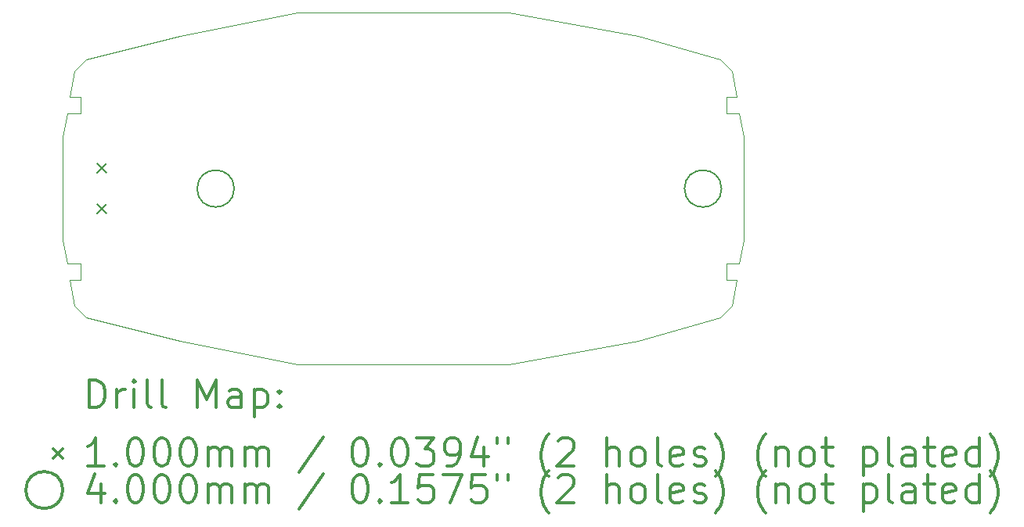
<source format=gbr>
%FSLAX45Y45*%
G04 Gerber Fmt 4.5, Leading zero omitted, Abs format (unit mm)*
G04 Created by KiCad (PCBNEW (5.1.10)-1) date 2021-07-15 21:28:44*
%MOMM*%
%LPD*%
G01*
G04 APERTURE LIST*
%TA.AperFunction,Profile*%
%ADD10C,0.050000*%
%TD*%
%ADD11C,0.200000*%
%ADD12C,0.300000*%
G04 APERTURE END LIST*
D10*
X6426200Y-7975600D02*
X6477000Y-8255000D01*
X6540500Y-7975600D02*
X6426200Y-7975600D01*
X6540500Y-7797800D02*
X6540500Y-7975600D01*
X6400800Y-7797800D02*
X6540500Y-7797800D01*
X6426200Y-5994400D02*
X6477000Y-5715000D01*
X6540500Y-5994400D02*
X6426200Y-5994400D01*
X6540500Y-6172200D02*
X6540500Y-5994400D01*
X6400800Y-6172200D02*
X6540500Y-6172200D01*
X13639800Y-7975600D02*
X13589000Y-8255000D01*
X13525500Y-7975600D02*
X13639800Y-7975600D01*
X13525500Y-7797800D02*
X13525500Y-7975600D01*
X13665200Y-7797800D02*
X13525500Y-7797800D01*
X13589000Y-5715000D02*
X13639800Y-5994400D01*
X13525500Y-5994400D02*
X13639800Y-5994400D01*
X13525500Y-6172200D02*
X13525500Y-5994400D01*
X13665200Y-6172200D02*
X13525500Y-6172200D01*
X13716000Y-6426200D02*
X13665200Y-6172200D01*
X6604000Y-5588000D02*
X7620000Y-5334000D01*
X6477000Y-5715000D02*
X6604000Y-5588000D01*
X13589000Y-5715000D02*
X13462000Y-5588000D01*
X13462000Y-8382000D02*
X13589000Y-8255000D01*
X6604000Y-8382000D02*
X6477000Y-8255000D01*
X7620000Y-8636000D02*
X6604000Y-8382000D01*
X12573000Y-8636000D02*
X13462000Y-8382000D01*
X13462000Y-5588000D02*
X12573000Y-5334000D01*
X8890000Y-8890000D02*
X7620000Y-8636000D01*
X11176000Y-8890000D02*
X12573000Y-8636000D01*
X6400800Y-7797800D02*
X6350000Y-7543800D01*
X6350000Y-6426200D02*
X6400800Y-6172200D01*
X8890000Y-5080000D02*
X7620000Y-5334000D01*
X12573000Y-5334000D02*
X11176000Y-5080000D01*
X13665200Y-7797800D02*
X13716000Y-7543800D01*
X6350000Y-7543800D02*
X6350000Y-6426200D01*
X11176000Y-8890000D02*
X8890000Y-8890000D01*
X13716000Y-6426200D02*
X13716000Y-7543800D01*
X8890000Y-5080000D02*
X11176000Y-5080000D01*
D11*
X6717500Y-6715000D02*
X6817500Y-6815000D01*
X6817500Y-6715000D02*
X6717500Y-6815000D01*
X6717500Y-7155000D02*
X6817500Y-7255000D01*
X6817500Y-7155000D02*
X6717500Y-7255000D01*
X8201000Y-6985000D02*
G75*
G03*
X8201000Y-6985000I-200000J0D01*
G01*
X13471500Y-6985000D02*
G75*
G03*
X13471500Y-6985000I-200000J0D01*
G01*
D12*
X6633928Y-9358214D02*
X6633928Y-9058214D01*
X6705357Y-9058214D01*
X6748214Y-9072500D01*
X6776786Y-9101072D01*
X6791071Y-9129643D01*
X6805357Y-9186786D01*
X6805357Y-9229643D01*
X6791071Y-9286786D01*
X6776786Y-9315357D01*
X6748214Y-9343929D01*
X6705357Y-9358214D01*
X6633928Y-9358214D01*
X6933928Y-9358214D02*
X6933928Y-9158214D01*
X6933928Y-9215357D02*
X6948214Y-9186786D01*
X6962500Y-9172500D01*
X6991071Y-9158214D01*
X7019643Y-9158214D01*
X7119643Y-9358214D02*
X7119643Y-9158214D01*
X7119643Y-9058214D02*
X7105357Y-9072500D01*
X7119643Y-9086786D01*
X7133928Y-9072500D01*
X7119643Y-9058214D01*
X7119643Y-9086786D01*
X7305357Y-9358214D02*
X7276786Y-9343929D01*
X7262500Y-9315357D01*
X7262500Y-9058214D01*
X7462500Y-9358214D02*
X7433928Y-9343929D01*
X7419643Y-9315357D01*
X7419643Y-9058214D01*
X7805357Y-9358214D02*
X7805357Y-9058214D01*
X7905357Y-9272500D01*
X8005357Y-9058214D01*
X8005357Y-9358214D01*
X8276786Y-9358214D02*
X8276786Y-9201072D01*
X8262500Y-9172500D01*
X8233928Y-9158214D01*
X8176786Y-9158214D01*
X8148214Y-9172500D01*
X8276786Y-9343929D02*
X8248214Y-9358214D01*
X8176786Y-9358214D01*
X8148214Y-9343929D01*
X8133928Y-9315357D01*
X8133928Y-9286786D01*
X8148214Y-9258214D01*
X8176786Y-9243929D01*
X8248214Y-9243929D01*
X8276786Y-9229643D01*
X8419643Y-9158214D02*
X8419643Y-9458214D01*
X8419643Y-9172500D02*
X8448214Y-9158214D01*
X8505357Y-9158214D01*
X8533928Y-9172500D01*
X8548214Y-9186786D01*
X8562500Y-9215357D01*
X8562500Y-9301072D01*
X8548214Y-9329643D01*
X8533928Y-9343929D01*
X8505357Y-9358214D01*
X8448214Y-9358214D01*
X8419643Y-9343929D01*
X8691071Y-9329643D02*
X8705357Y-9343929D01*
X8691071Y-9358214D01*
X8676786Y-9343929D01*
X8691071Y-9329643D01*
X8691071Y-9358214D01*
X8691071Y-9172500D02*
X8705357Y-9186786D01*
X8691071Y-9201072D01*
X8676786Y-9186786D01*
X8691071Y-9172500D01*
X8691071Y-9201072D01*
X6247500Y-9802500D02*
X6347500Y-9902500D01*
X6347500Y-9802500D02*
X6247500Y-9902500D01*
X6791071Y-9988214D02*
X6619643Y-9988214D01*
X6705357Y-9988214D02*
X6705357Y-9688214D01*
X6676786Y-9731072D01*
X6648214Y-9759643D01*
X6619643Y-9773929D01*
X6919643Y-9959643D02*
X6933928Y-9973929D01*
X6919643Y-9988214D01*
X6905357Y-9973929D01*
X6919643Y-9959643D01*
X6919643Y-9988214D01*
X7119643Y-9688214D02*
X7148214Y-9688214D01*
X7176786Y-9702500D01*
X7191071Y-9716786D01*
X7205357Y-9745357D01*
X7219643Y-9802500D01*
X7219643Y-9873929D01*
X7205357Y-9931072D01*
X7191071Y-9959643D01*
X7176786Y-9973929D01*
X7148214Y-9988214D01*
X7119643Y-9988214D01*
X7091071Y-9973929D01*
X7076786Y-9959643D01*
X7062500Y-9931072D01*
X7048214Y-9873929D01*
X7048214Y-9802500D01*
X7062500Y-9745357D01*
X7076786Y-9716786D01*
X7091071Y-9702500D01*
X7119643Y-9688214D01*
X7405357Y-9688214D02*
X7433928Y-9688214D01*
X7462500Y-9702500D01*
X7476786Y-9716786D01*
X7491071Y-9745357D01*
X7505357Y-9802500D01*
X7505357Y-9873929D01*
X7491071Y-9931072D01*
X7476786Y-9959643D01*
X7462500Y-9973929D01*
X7433928Y-9988214D01*
X7405357Y-9988214D01*
X7376786Y-9973929D01*
X7362500Y-9959643D01*
X7348214Y-9931072D01*
X7333928Y-9873929D01*
X7333928Y-9802500D01*
X7348214Y-9745357D01*
X7362500Y-9716786D01*
X7376786Y-9702500D01*
X7405357Y-9688214D01*
X7691071Y-9688214D02*
X7719643Y-9688214D01*
X7748214Y-9702500D01*
X7762500Y-9716786D01*
X7776786Y-9745357D01*
X7791071Y-9802500D01*
X7791071Y-9873929D01*
X7776786Y-9931072D01*
X7762500Y-9959643D01*
X7748214Y-9973929D01*
X7719643Y-9988214D01*
X7691071Y-9988214D01*
X7662500Y-9973929D01*
X7648214Y-9959643D01*
X7633928Y-9931072D01*
X7619643Y-9873929D01*
X7619643Y-9802500D01*
X7633928Y-9745357D01*
X7648214Y-9716786D01*
X7662500Y-9702500D01*
X7691071Y-9688214D01*
X7919643Y-9988214D02*
X7919643Y-9788214D01*
X7919643Y-9816786D02*
X7933928Y-9802500D01*
X7962500Y-9788214D01*
X8005357Y-9788214D01*
X8033928Y-9802500D01*
X8048214Y-9831072D01*
X8048214Y-9988214D01*
X8048214Y-9831072D02*
X8062500Y-9802500D01*
X8091071Y-9788214D01*
X8133928Y-9788214D01*
X8162500Y-9802500D01*
X8176786Y-9831072D01*
X8176786Y-9988214D01*
X8319643Y-9988214D02*
X8319643Y-9788214D01*
X8319643Y-9816786D02*
X8333928Y-9802500D01*
X8362500Y-9788214D01*
X8405357Y-9788214D01*
X8433928Y-9802500D01*
X8448214Y-9831072D01*
X8448214Y-9988214D01*
X8448214Y-9831072D02*
X8462500Y-9802500D01*
X8491071Y-9788214D01*
X8533928Y-9788214D01*
X8562500Y-9802500D01*
X8576786Y-9831072D01*
X8576786Y-9988214D01*
X9162500Y-9673929D02*
X8905357Y-10059643D01*
X9548214Y-9688214D02*
X9576786Y-9688214D01*
X9605357Y-9702500D01*
X9619643Y-9716786D01*
X9633928Y-9745357D01*
X9648214Y-9802500D01*
X9648214Y-9873929D01*
X9633928Y-9931072D01*
X9619643Y-9959643D01*
X9605357Y-9973929D01*
X9576786Y-9988214D01*
X9548214Y-9988214D01*
X9519643Y-9973929D01*
X9505357Y-9959643D01*
X9491071Y-9931072D01*
X9476786Y-9873929D01*
X9476786Y-9802500D01*
X9491071Y-9745357D01*
X9505357Y-9716786D01*
X9519643Y-9702500D01*
X9548214Y-9688214D01*
X9776786Y-9959643D02*
X9791071Y-9973929D01*
X9776786Y-9988214D01*
X9762500Y-9973929D01*
X9776786Y-9959643D01*
X9776786Y-9988214D01*
X9976786Y-9688214D02*
X10005357Y-9688214D01*
X10033928Y-9702500D01*
X10048214Y-9716786D01*
X10062500Y-9745357D01*
X10076786Y-9802500D01*
X10076786Y-9873929D01*
X10062500Y-9931072D01*
X10048214Y-9959643D01*
X10033928Y-9973929D01*
X10005357Y-9988214D01*
X9976786Y-9988214D01*
X9948214Y-9973929D01*
X9933928Y-9959643D01*
X9919643Y-9931072D01*
X9905357Y-9873929D01*
X9905357Y-9802500D01*
X9919643Y-9745357D01*
X9933928Y-9716786D01*
X9948214Y-9702500D01*
X9976786Y-9688214D01*
X10176786Y-9688214D02*
X10362500Y-9688214D01*
X10262500Y-9802500D01*
X10305357Y-9802500D01*
X10333928Y-9816786D01*
X10348214Y-9831072D01*
X10362500Y-9859643D01*
X10362500Y-9931072D01*
X10348214Y-9959643D01*
X10333928Y-9973929D01*
X10305357Y-9988214D01*
X10219643Y-9988214D01*
X10191071Y-9973929D01*
X10176786Y-9959643D01*
X10505357Y-9988214D02*
X10562500Y-9988214D01*
X10591071Y-9973929D01*
X10605357Y-9959643D01*
X10633928Y-9916786D01*
X10648214Y-9859643D01*
X10648214Y-9745357D01*
X10633928Y-9716786D01*
X10619643Y-9702500D01*
X10591071Y-9688214D01*
X10533928Y-9688214D01*
X10505357Y-9702500D01*
X10491071Y-9716786D01*
X10476786Y-9745357D01*
X10476786Y-9816786D01*
X10491071Y-9845357D01*
X10505357Y-9859643D01*
X10533928Y-9873929D01*
X10591071Y-9873929D01*
X10619643Y-9859643D01*
X10633928Y-9845357D01*
X10648214Y-9816786D01*
X10905357Y-9788214D02*
X10905357Y-9988214D01*
X10833928Y-9673929D02*
X10762500Y-9888214D01*
X10948214Y-9888214D01*
X11048214Y-9688214D02*
X11048214Y-9745357D01*
X11162500Y-9688214D02*
X11162500Y-9745357D01*
X11605357Y-10102500D02*
X11591071Y-10088214D01*
X11562500Y-10045357D01*
X11548214Y-10016786D01*
X11533928Y-9973929D01*
X11519643Y-9902500D01*
X11519643Y-9845357D01*
X11533928Y-9773929D01*
X11548214Y-9731072D01*
X11562500Y-9702500D01*
X11591071Y-9659643D01*
X11605357Y-9645357D01*
X11705357Y-9716786D02*
X11719643Y-9702500D01*
X11748214Y-9688214D01*
X11819643Y-9688214D01*
X11848214Y-9702500D01*
X11862500Y-9716786D01*
X11876786Y-9745357D01*
X11876786Y-9773929D01*
X11862500Y-9816786D01*
X11691071Y-9988214D01*
X11876786Y-9988214D01*
X12233928Y-9988214D02*
X12233928Y-9688214D01*
X12362500Y-9988214D02*
X12362500Y-9831072D01*
X12348214Y-9802500D01*
X12319643Y-9788214D01*
X12276786Y-9788214D01*
X12248214Y-9802500D01*
X12233928Y-9816786D01*
X12548214Y-9988214D02*
X12519643Y-9973929D01*
X12505357Y-9959643D01*
X12491071Y-9931072D01*
X12491071Y-9845357D01*
X12505357Y-9816786D01*
X12519643Y-9802500D01*
X12548214Y-9788214D01*
X12591071Y-9788214D01*
X12619643Y-9802500D01*
X12633928Y-9816786D01*
X12648214Y-9845357D01*
X12648214Y-9931072D01*
X12633928Y-9959643D01*
X12619643Y-9973929D01*
X12591071Y-9988214D01*
X12548214Y-9988214D01*
X12819643Y-9988214D02*
X12791071Y-9973929D01*
X12776786Y-9945357D01*
X12776786Y-9688214D01*
X13048214Y-9973929D02*
X13019643Y-9988214D01*
X12962500Y-9988214D01*
X12933928Y-9973929D01*
X12919643Y-9945357D01*
X12919643Y-9831072D01*
X12933928Y-9802500D01*
X12962500Y-9788214D01*
X13019643Y-9788214D01*
X13048214Y-9802500D01*
X13062500Y-9831072D01*
X13062500Y-9859643D01*
X12919643Y-9888214D01*
X13176786Y-9973929D02*
X13205357Y-9988214D01*
X13262500Y-9988214D01*
X13291071Y-9973929D01*
X13305357Y-9945357D01*
X13305357Y-9931072D01*
X13291071Y-9902500D01*
X13262500Y-9888214D01*
X13219643Y-9888214D01*
X13191071Y-9873929D01*
X13176786Y-9845357D01*
X13176786Y-9831072D01*
X13191071Y-9802500D01*
X13219643Y-9788214D01*
X13262500Y-9788214D01*
X13291071Y-9802500D01*
X13405357Y-10102500D02*
X13419643Y-10088214D01*
X13448214Y-10045357D01*
X13462500Y-10016786D01*
X13476786Y-9973929D01*
X13491071Y-9902500D01*
X13491071Y-9845357D01*
X13476786Y-9773929D01*
X13462500Y-9731072D01*
X13448214Y-9702500D01*
X13419643Y-9659643D01*
X13405357Y-9645357D01*
X13948214Y-10102500D02*
X13933928Y-10088214D01*
X13905357Y-10045357D01*
X13891071Y-10016786D01*
X13876786Y-9973929D01*
X13862500Y-9902500D01*
X13862500Y-9845357D01*
X13876786Y-9773929D01*
X13891071Y-9731072D01*
X13905357Y-9702500D01*
X13933928Y-9659643D01*
X13948214Y-9645357D01*
X14062500Y-9788214D02*
X14062500Y-9988214D01*
X14062500Y-9816786D02*
X14076786Y-9802500D01*
X14105357Y-9788214D01*
X14148214Y-9788214D01*
X14176786Y-9802500D01*
X14191071Y-9831072D01*
X14191071Y-9988214D01*
X14376786Y-9988214D02*
X14348214Y-9973929D01*
X14333928Y-9959643D01*
X14319643Y-9931072D01*
X14319643Y-9845357D01*
X14333928Y-9816786D01*
X14348214Y-9802500D01*
X14376786Y-9788214D01*
X14419643Y-9788214D01*
X14448214Y-9802500D01*
X14462500Y-9816786D01*
X14476786Y-9845357D01*
X14476786Y-9931072D01*
X14462500Y-9959643D01*
X14448214Y-9973929D01*
X14419643Y-9988214D01*
X14376786Y-9988214D01*
X14562500Y-9788214D02*
X14676786Y-9788214D01*
X14605357Y-9688214D02*
X14605357Y-9945357D01*
X14619643Y-9973929D01*
X14648214Y-9988214D01*
X14676786Y-9988214D01*
X15005357Y-9788214D02*
X15005357Y-10088214D01*
X15005357Y-9802500D02*
X15033928Y-9788214D01*
X15091071Y-9788214D01*
X15119643Y-9802500D01*
X15133928Y-9816786D01*
X15148214Y-9845357D01*
X15148214Y-9931072D01*
X15133928Y-9959643D01*
X15119643Y-9973929D01*
X15091071Y-9988214D01*
X15033928Y-9988214D01*
X15005357Y-9973929D01*
X15319643Y-9988214D02*
X15291071Y-9973929D01*
X15276786Y-9945357D01*
X15276786Y-9688214D01*
X15562500Y-9988214D02*
X15562500Y-9831072D01*
X15548214Y-9802500D01*
X15519643Y-9788214D01*
X15462500Y-9788214D01*
X15433928Y-9802500D01*
X15562500Y-9973929D02*
X15533928Y-9988214D01*
X15462500Y-9988214D01*
X15433928Y-9973929D01*
X15419643Y-9945357D01*
X15419643Y-9916786D01*
X15433928Y-9888214D01*
X15462500Y-9873929D01*
X15533928Y-9873929D01*
X15562500Y-9859643D01*
X15662500Y-9788214D02*
X15776786Y-9788214D01*
X15705357Y-9688214D02*
X15705357Y-9945357D01*
X15719643Y-9973929D01*
X15748214Y-9988214D01*
X15776786Y-9988214D01*
X15991071Y-9973929D02*
X15962500Y-9988214D01*
X15905357Y-9988214D01*
X15876786Y-9973929D01*
X15862500Y-9945357D01*
X15862500Y-9831072D01*
X15876786Y-9802500D01*
X15905357Y-9788214D01*
X15962500Y-9788214D01*
X15991071Y-9802500D01*
X16005357Y-9831072D01*
X16005357Y-9859643D01*
X15862500Y-9888214D01*
X16262500Y-9988214D02*
X16262500Y-9688214D01*
X16262500Y-9973929D02*
X16233928Y-9988214D01*
X16176786Y-9988214D01*
X16148214Y-9973929D01*
X16133928Y-9959643D01*
X16119643Y-9931072D01*
X16119643Y-9845357D01*
X16133928Y-9816786D01*
X16148214Y-9802500D01*
X16176786Y-9788214D01*
X16233928Y-9788214D01*
X16262500Y-9802500D01*
X16376786Y-10102500D02*
X16391071Y-10088214D01*
X16419643Y-10045357D01*
X16433928Y-10016786D01*
X16448214Y-9973929D01*
X16462500Y-9902500D01*
X16462500Y-9845357D01*
X16448214Y-9773929D01*
X16433928Y-9731072D01*
X16419643Y-9702500D01*
X16391071Y-9659643D01*
X16376786Y-9645357D01*
X6347500Y-10248500D02*
G75*
G03*
X6347500Y-10248500I-200000J0D01*
G01*
X6762500Y-10184214D02*
X6762500Y-10384214D01*
X6691071Y-10069929D02*
X6619643Y-10284214D01*
X6805357Y-10284214D01*
X6919643Y-10355643D02*
X6933928Y-10369929D01*
X6919643Y-10384214D01*
X6905357Y-10369929D01*
X6919643Y-10355643D01*
X6919643Y-10384214D01*
X7119643Y-10084214D02*
X7148214Y-10084214D01*
X7176786Y-10098500D01*
X7191071Y-10112786D01*
X7205357Y-10141357D01*
X7219643Y-10198500D01*
X7219643Y-10269929D01*
X7205357Y-10327072D01*
X7191071Y-10355643D01*
X7176786Y-10369929D01*
X7148214Y-10384214D01*
X7119643Y-10384214D01*
X7091071Y-10369929D01*
X7076786Y-10355643D01*
X7062500Y-10327072D01*
X7048214Y-10269929D01*
X7048214Y-10198500D01*
X7062500Y-10141357D01*
X7076786Y-10112786D01*
X7091071Y-10098500D01*
X7119643Y-10084214D01*
X7405357Y-10084214D02*
X7433928Y-10084214D01*
X7462500Y-10098500D01*
X7476786Y-10112786D01*
X7491071Y-10141357D01*
X7505357Y-10198500D01*
X7505357Y-10269929D01*
X7491071Y-10327072D01*
X7476786Y-10355643D01*
X7462500Y-10369929D01*
X7433928Y-10384214D01*
X7405357Y-10384214D01*
X7376786Y-10369929D01*
X7362500Y-10355643D01*
X7348214Y-10327072D01*
X7333928Y-10269929D01*
X7333928Y-10198500D01*
X7348214Y-10141357D01*
X7362500Y-10112786D01*
X7376786Y-10098500D01*
X7405357Y-10084214D01*
X7691071Y-10084214D02*
X7719643Y-10084214D01*
X7748214Y-10098500D01*
X7762500Y-10112786D01*
X7776786Y-10141357D01*
X7791071Y-10198500D01*
X7791071Y-10269929D01*
X7776786Y-10327072D01*
X7762500Y-10355643D01*
X7748214Y-10369929D01*
X7719643Y-10384214D01*
X7691071Y-10384214D01*
X7662500Y-10369929D01*
X7648214Y-10355643D01*
X7633928Y-10327072D01*
X7619643Y-10269929D01*
X7619643Y-10198500D01*
X7633928Y-10141357D01*
X7648214Y-10112786D01*
X7662500Y-10098500D01*
X7691071Y-10084214D01*
X7919643Y-10384214D02*
X7919643Y-10184214D01*
X7919643Y-10212786D02*
X7933928Y-10198500D01*
X7962500Y-10184214D01*
X8005357Y-10184214D01*
X8033928Y-10198500D01*
X8048214Y-10227072D01*
X8048214Y-10384214D01*
X8048214Y-10227072D02*
X8062500Y-10198500D01*
X8091071Y-10184214D01*
X8133928Y-10184214D01*
X8162500Y-10198500D01*
X8176786Y-10227072D01*
X8176786Y-10384214D01*
X8319643Y-10384214D02*
X8319643Y-10184214D01*
X8319643Y-10212786D02*
X8333928Y-10198500D01*
X8362500Y-10184214D01*
X8405357Y-10184214D01*
X8433928Y-10198500D01*
X8448214Y-10227072D01*
X8448214Y-10384214D01*
X8448214Y-10227072D02*
X8462500Y-10198500D01*
X8491071Y-10184214D01*
X8533928Y-10184214D01*
X8562500Y-10198500D01*
X8576786Y-10227072D01*
X8576786Y-10384214D01*
X9162500Y-10069929D02*
X8905357Y-10455643D01*
X9548214Y-10084214D02*
X9576786Y-10084214D01*
X9605357Y-10098500D01*
X9619643Y-10112786D01*
X9633928Y-10141357D01*
X9648214Y-10198500D01*
X9648214Y-10269929D01*
X9633928Y-10327072D01*
X9619643Y-10355643D01*
X9605357Y-10369929D01*
X9576786Y-10384214D01*
X9548214Y-10384214D01*
X9519643Y-10369929D01*
X9505357Y-10355643D01*
X9491071Y-10327072D01*
X9476786Y-10269929D01*
X9476786Y-10198500D01*
X9491071Y-10141357D01*
X9505357Y-10112786D01*
X9519643Y-10098500D01*
X9548214Y-10084214D01*
X9776786Y-10355643D02*
X9791071Y-10369929D01*
X9776786Y-10384214D01*
X9762500Y-10369929D01*
X9776786Y-10355643D01*
X9776786Y-10384214D01*
X10076786Y-10384214D02*
X9905357Y-10384214D01*
X9991071Y-10384214D02*
X9991071Y-10084214D01*
X9962500Y-10127072D01*
X9933928Y-10155643D01*
X9905357Y-10169929D01*
X10348214Y-10084214D02*
X10205357Y-10084214D01*
X10191071Y-10227072D01*
X10205357Y-10212786D01*
X10233928Y-10198500D01*
X10305357Y-10198500D01*
X10333928Y-10212786D01*
X10348214Y-10227072D01*
X10362500Y-10255643D01*
X10362500Y-10327072D01*
X10348214Y-10355643D01*
X10333928Y-10369929D01*
X10305357Y-10384214D01*
X10233928Y-10384214D01*
X10205357Y-10369929D01*
X10191071Y-10355643D01*
X10462500Y-10084214D02*
X10662500Y-10084214D01*
X10533928Y-10384214D01*
X10919643Y-10084214D02*
X10776786Y-10084214D01*
X10762500Y-10227072D01*
X10776786Y-10212786D01*
X10805357Y-10198500D01*
X10876786Y-10198500D01*
X10905357Y-10212786D01*
X10919643Y-10227072D01*
X10933928Y-10255643D01*
X10933928Y-10327072D01*
X10919643Y-10355643D01*
X10905357Y-10369929D01*
X10876786Y-10384214D01*
X10805357Y-10384214D01*
X10776786Y-10369929D01*
X10762500Y-10355643D01*
X11048214Y-10084214D02*
X11048214Y-10141357D01*
X11162500Y-10084214D02*
X11162500Y-10141357D01*
X11605357Y-10498500D02*
X11591071Y-10484214D01*
X11562500Y-10441357D01*
X11548214Y-10412786D01*
X11533928Y-10369929D01*
X11519643Y-10298500D01*
X11519643Y-10241357D01*
X11533928Y-10169929D01*
X11548214Y-10127072D01*
X11562500Y-10098500D01*
X11591071Y-10055643D01*
X11605357Y-10041357D01*
X11705357Y-10112786D02*
X11719643Y-10098500D01*
X11748214Y-10084214D01*
X11819643Y-10084214D01*
X11848214Y-10098500D01*
X11862500Y-10112786D01*
X11876786Y-10141357D01*
X11876786Y-10169929D01*
X11862500Y-10212786D01*
X11691071Y-10384214D01*
X11876786Y-10384214D01*
X12233928Y-10384214D02*
X12233928Y-10084214D01*
X12362500Y-10384214D02*
X12362500Y-10227072D01*
X12348214Y-10198500D01*
X12319643Y-10184214D01*
X12276786Y-10184214D01*
X12248214Y-10198500D01*
X12233928Y-10212786D01*
X12548214Y-10384214D02*
X12519643Y-10369929D01*
X12505357Y-10355643D01*
X12491071Y-10327072D01*
X12491071Y-10241357D01*
X12505357Y-10212786D01*
X12519643Y-10198500D01*
X12548214Y-10184214D01*
X12591071Y-10184214D01*
X12619643Y-10198500D01*
X12633928Y-10212786D01*
X12648214Y-10241357D01*
X12648214Y-10327072D01*
X12633928Y-10355643D01*
X12619643Y-10369929D01*
X12591071Y-10384214D01*
X12548214Y-10384214D01*
X12819643Y-10384214D02*
X12791071Y-10369929D01*
X12776786Y-10341357D01*
X12776786Y-10084214D01*
X13048214Y-10369929D02*
X13019643Y-10384214D01*
X12962500Y-10384214D01*
X12933928Y-10369929D01*
X12919643Y-10341357D01*
X12919643Y-10227072D01*
X12933928Y-10198500D01*
X12962500Y-10184214D01*
X13019643Y-10184214D01*
X13048214Y-10198500D01*
X13062500Y-10227072D01*
X13062500Y-10255643D01*
X12919643Y-10284214D01*
X13176786Y-10369929D02*
X13205357Y-10384214D01*
X13262500Y-10384214D01*
X13291071Y-10369929D01*
X13305357Y-10341357D01*
X13305357Y-10327072D01*
X13291071Y-10298500D01*
X13262500Y-10284214D01*
X13219643Y-10284214D01*
X13191071Y-10269929D01*
X13176786Y-10241357D01*
X13176786Y-10227072D01*
X13191071Y-10198500D01*
X13219643Y-10184214D01*
X13262500Y-10184214D01*
X13291071Y-10198500D01*
X13405357Y-10498500D02*
X13419643Y-10484214D01*
X13448214Y-10441357D01*
X13462500Y-10412786D01*
X13476786Y-10369929D01*
X13491071Y-10298500D01*
X13491071Y-10241357D01*
X13476786Y-10169929D01*
X13462500Y-10127072D01*
X13448214Y-10098500D01*
X13419643Y-10055643D01*
X13405357Y-10041357D01*
X13948214Y-10498500D02*
X13933928Y-10484214D01*
X13905357Y-10441357D01*
X13891071Y-10412786D01*
X13876786Y-10369929D01*
X13862500Y-10298500D01*
X13862500Y-10241357D01*
X13876786Y-10169929D01*
X13891071Y-10127072D01*
X13905357Y-10098500D01*
X13933928Y-10055643D01*
X13948214Y-10041357D01*
X14062500Y-10184214D02*
X14062500Y-10384214D01*
X14062500Y-10212786D02*
X14076786Y-10198500D01*
X14105357Y-10184214D01*
X14148214Y-10184214D01*
X14176786Y-10198500D01*
X14191071Y-10227072D01*
X14191071Y-10384214D01*
X14376786Y-10384214D02*
X14348214Y-10369929D01*
X14333928Y-10355643D01*
X14319643Y-10327072D01*
X14319643Y-10241357D01*
X14333928Y-10212786D01*
X14348214Y-10198500D01*
X14376786Y-10184214D01*
X14419643Y-10184214D01*
X14448214Y-10198500D01*
X14462500Y-10212786D01*
X14476786Y-10241357D01*
X14476786Y-10327072D01*
X14462500Y-10355643D01*
X14448214Y-10369929D01*
X14419643Y-10384214D01*
X14376786Y-10384214D01*
X14562500Y-10184214D02*
X14676786Y-10184214D01*
X14605357Y-10084214D02*
X14605357Y-10341357D01*
X14619643Y-10369929D01*
X14648214Y-10384214D01*
X14676786Y-10384214D01*
X15005357Y-10184214D02*
X15005357Y-10484214D01*
X15005357Y-10198500D02*
X15033928Y-10184214D01*
X15091071Y-10184214D01*
X15119643Y-10198500D01*
X15133928Y-10212786D01*
X15148214Y-10241357D01*
X15148214Y-10327072D01*
X15133928Y-10355643D01*
X15119643Y-10369929D01*
X15091071Y-10384214D01*
X15033928Y-10384214D01*
X15005357Y-10369929D01*
X15319643Y-10384214D02*
X15291071Y-10369929D01*
X15276786Y-10341357D01*
X15276786Y-10084214D01*
X15562500Y-10384214D02*
X15562500Y-10227072D01*
X15548214Y-10198500D01*
X15519643Y-10184214D01*
X15462500Y-10184214D01*
X15433928Y-10198500D01*
X15562500Y-10369929D02*
X15533928Y-10384214D01*
X15462500Y-10384214D01*
X15433928Y-10369929D01*
X15419643Y-10341357D01*
X15419643Y-10312786D01*
X15433928Y-10284214D01*
X15462500Y-10269929D01*
X15533928Y-10269929D01*
X15562500Y-10255643D01*
X15662500Y-10184214D02*
X15776786Y-10184214D01*
X15705357Y-10084214D02*
X15705357Y-10341357D01*
X15719643Y-10369929D01*
X15748214Y-10384214D01*
X15776786Y-10384214D01*
X15991071Y-10369929D02*
X15962500Y-10384214D01*
X15905357Y-10384214D01*
X15876786Y-10369929D01*
X15862500Y-10341357D01*
X15862500Y-10227072D01*
X15876786Y-10198500D01*
X15905357Y-10184214D01*
X15962500Y-10184214D01*
X15991071Y-10198500D01*
X16005357Y-10227072D01*
X16005357Y-10255643D01*
X15862500Y-10284214D01*
X16262500Y-10384214D02*
X16262500Y-10084214D01*
X16262500Y-10369929D02*
X16233928Y-10384214D01*
X16176786Y-10384214D01*
X16148214Y-10369929D01*
X16133928Y-10355643D01*
X16119643Y-10327072D01*
X16119643Y-10241357D01*
X16133928Y-10212786D01*
X16148214Y-10198500D01*
X16176786Y-10184214D01*
X16233928Y-10184214D01*
X16262500Y-10198500D01*
X16376786Y-10498500D02*
X16391071Y-10484214D01*
X16419643Y-10441357D01*
X16433928Y-10412786D01*
X16448214Y-10369929D01*
X16462500Y-10298500D01*
X16462500Y-10241357D01*
X16448214Y-10169929D01*
X16433928Y-10127072D01*
X16419643Y-10098500D01*
X16391071Y-10055643D01*
X16376786Y-10041357D01*
M02*

</source>
